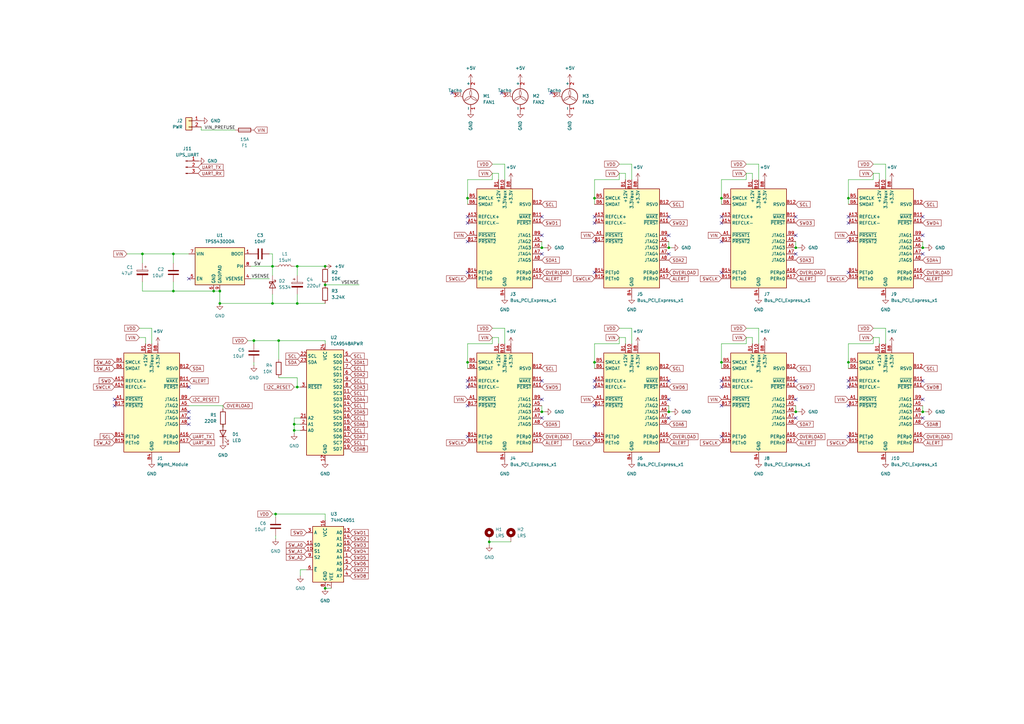
<source format=kicad_sch>
(kicad_sch (version 20231120) (generator "eeschema") (generator_version "8.0")
  (paper "A3")
  (title_block (date "2024-06-27") (rev "v0.7.4"))
  (junction (at 58.42 104.14))
  (junction (at 121.92 109.22))
  (junction (at 347.98 148.59))
  (junction (at 120.65 173.99))
  (junction (at 347.98 81.28))
  (junction (at 113.03 210.82))
  (junction (at 191.77 148.59))
  (junction (at 222.25 101.6))
  (junction (at 90.17 119.38))
  (junction (at 326.39 101.6))
  (junction (at 104.14 139.7))
  (junction (at 71.12 104.14))
  (junction (at 114.3 139.7))
  (junction (at 121.92 124.46))
  (junction (at 243.84 81.28))
  (junction (at 90.17 124.46))
  (junction (at 378.46 168.91))
  (junction (at 191.77 81.28))
  (junction (at 111.76 124.46))
  (junction (at 111.76 109.22))
  (junction (at 71.12 119.38))
  (junction (at 295.91 81.28))
  (junction (at 121.92 158.75))
  (junction (at 133.35 241.3))
  (junction (at 295.91 148.59))
  (junction (at 222.25 168.91))
  (junction (at 274.32 168.91))
  (junction (at 200.66 222.25))
  (junction (at 87.63 119.38))
  (junction (at 133.35 109.22))
  (junction (at 326.39 168.91))
  (junction (at 274.32 101.6))
  (junction (at 243.84 148.59))
  (junction (at 378.46 101.6))
  (junction (at 133.35 116.84))
  (junction (at 120.65 176.53))
  (no_connect (at 347.98 179.07))
  (no_connect (at 77.47 158.75))
  (no_connect (at 378.46 96.52))
  (no_connect (at 295.91 88.9))
  (no_connect (at 46.99 163.83))
  (no_connect (at 222.25 96.52))
  (no_connect (at 191.77 111.76))
  (no_connect (at 347.98 99.06))
  (no_connect (at 347.98 158.75))
  (no_connect (at 222.25 171.45))
  (no_connect (at 191.77 156.21))
  (no_connect (at 77.47 173.99))
  (no_connect (at 295.91 91.44))
  (no_connect (at 46.99 166.37))
  (no_connect (at 191.77 91.44))
  (no_connect (at 326.39 96.52))
  (no_connect (at 347.98 111.76))
  (no_connect (at 191.77 99.06))
  (no_connect (at 226.06 38.1))
  (no_connect (at 243.84 158.75))
  (no_connect (at 347.98 156.21))
  (no_connect (at 77.47 114.3))
  (no_connect (at 326.39 104.14))
  (no_connect (at 191.77 179.07))
  (no_connect (at 295.91 156.21))
  (no_connect (at 243.84 166.37))
  (no_connect (at 326.39 88.9))
  (no_connect (at 191.77 158.75))
  (no_connect (at 274.32 156.21))
  (no_connect (at 77.47 171.45))
  (no_connect (at 243.84 156.21))
  (no_connect (at 77.47 168.91))
  (no_connect (at 347.98 166.37))
  (no_connect (at 222.25 88.9))
  (no_connect (at 378.46 156.21))
  (no_connect (at 347.98 88.9))
  (no_connect (at 378.46 171.45))
  (no_connect (at 243.84 111.76))
  (no_connect (at 274.32 163.83))
  (no_connect (at 295.91 158.75))
  (no_connect (at 222.25 104.14))
  (no_connect (at 205.74 38.1))
  (no_connect (at 326.39 171.45))
  (no_connect (at 378.46 163.83))
  (no_connect (at 274.32 88.9))
  (no_connect (at 326.39 156.21))
  (no_connect (at 378.46 104.14))
  (no_connect (at 243.84 91.44))
  (no_connect (at 295.91 179.07))
  (no_connect (at 274.32 96.52))
  (no_connect (at 243.84 99.06))
  (no_connect (at 243.84 88.9))
  (no_connect (at 191.77 88.9))
  (no_connect (at 326.39 163.83))
  (no_connect (at 295.91 99.06))
  (no_connect (at 185.42 38.1))
  (no_connect (at 295.91 166.37))
  (no_connect (at 295.91 111.76))
  (no_connect (at 191.77 166.37))
  (no_connect (at 274.32 104.14))
  (no_connect (at 222.25 156.21))
  (no_connect (at 243.84 179.07))
  (no_connect (at 378.46 88.9))
  (no_connect (at 222.25 163.83))
  (no_connect (at 274.32 171.45))
  (no_connect (at 347.98 91.44))
  (wire (pts (xy 111.76 210.82) (xy 113.03 210.82)))
  (wire (pts (xy 191.77 140.97) (xy 201.93 140.97)))
  (wire (pts (xy 133.35 139.7) (xy 133.35 140.97)))
  (wire (pts (xy 91.44 167.64) (xy 91.44 166.37)))
  (wire (pts (xy 114.3 154.94) (xy 121.92 154.94)))
  (wire (pts (xy 71.12 119.38) (xy 87.63 119.38)))
  (wire (pts (xy 358.14 138.43) (xy 360.68 138.43)))
  (wire (pts (xy 111.76 104.14) (xy 111.76 109.22)))
  (wire (pts (xy 201.93 134.62) (xy 207.01 134.62)))
  (wire (pts (xy 90.17 119.38) (xy 90.17 124.46)))
  (wire (pts (xy 378.46 99.06) (xy 378.46 101.6)))
  (wire (pts (xy 275.59 101.6) (xy 274.32 101.6)))
  (wire (pts (xy 191.77 140.97) (xy 191.77 148.59)))
  (wire (pts (xy 311.15 67.31) (xy 311.15 73.66)))
  (wire (pts (xy 223.52 168.91) (xy 222.25 168.91)))
  (wire (pts (xy 222.25 99.06) (xy 222.25 101.6)))
  (wire (pts (xy 358.14 134.62) (xy 363.22 134.62)))
  (wire (pts (xy 191.77 73.66) (xy 201.93 73.66)))
  (wire (pts (xy 57.15 138.43) (xy 59.69 138.43)))
  (wire (pts (xy 113.03 220.98) (xy 113.03 219.71)))
  (wire (pts (xy 378.46 166.37) (xy 378.46 168.91)))
  (wire (pts (xy 201.93 71.12) (xy 204.47 71.12)))
  (wire (pts (xy 243.84 140.97) (xy 254 140.97)))
  (wire (pts (xy 96.52 53.34) (xy 82.55 53.34)))
  (wire (pts (xy 358.14 71.12) (xy 360.68 71.12)))
  (wire (pts (xy 201.93 138.43) (xy 204.47 138.43)))
  (wire (pts (xy 82.55 53.34) (xy 82.55 52.07)))
  (wire (pts (xy 123.19 233.68) (xy 123.19 236.22)))
  (wire (pts (xy 104.14 140.97) (xy 104.14 139.7)))
  (wire (pts (xy 58.42 115.57) (xy 58.42 119.38)))
  (wire (pts (xy 114.3 139.7) (xy 114.3 147.32)))
  (wire (pts (xy 111.76 113.03) (xy 111.76 109.22)))
  (wire (pts (xy 191.77 73.66) (xy 191.77 81.28)))
  (wire (pts (xy 123.19 173.99) (xy 120.65 173.99)))
  (wire (pts (xy 243.84 73.66) (xy 254 73.66)))
  (wire (pts (xy 347.98 73.66) (xy 358.14 73.66)))
  (wire (pts (xy 306.07 67.31) (xy 311.15 67.31)))
  (wire (pts (xy 104.14 149.86) (xy 104.14 148.59)))
  (wire (pts (xy 114.3 139.7) (xy 133.35 139.7)))
  (wire (pts (xy 123.19 176.53) (xy 120.65 176.53)))
  (wire (pts (xy 295.91 140.97) (xy 306.07 140.97)))
  (wire (pts (xy 111.76 109.22) (xy 113.03 109.22)))
  (wire (pts (xy 360.68 71.12) (xy 360.68 73.66)))
  (wire (pts (xy 243.84 140.97) (xy 243.84 148.59)))
  (wire (pts (xy 123.19 171.45) (xy 120.65 171.45)))
  (wire (pts (xy 201.93 67.31) (xy 207.01 67.31)))
  (wire (pts (xy 295.91 148.59) (xy 295.91 151.13)))
  (wire (pts (xy 306.07 71.12) (xy 308.61 71.12)))
  (wire (pts (xy 306.07 134.62) (xy 311.15 134.62)))
  (wire (pts (xy 243.84 73.66) (xy 243.84 81.28)))
  (wire (pts (xy 326.39 99.06) (xy 326.39 101.6)))
  (wire (pts (xy 327.66 168.91) (xy 326.39 168.91)))
  (wire (pts (xy 347.98 140.97) (xy 347.98 148.59)))
  (wire (pts (xy 57.15 134.62) (xy 62.23 134.62)))
  (wire (pts (xy 62.23 134.62) (xy 62.23 140.97)))
  (wire (pts (xy 125.73 233.68) (xy 123.19 233.68)))
  (wire (pts (xy 306.07 138.43) (xy 308.61 138.43)))
  (wire (pts (xy 347.98 81.28) (xy 347.98 83.82)))
  (wire (pts (xy 295.91 140.97) (xy 295.91 148.59)))
  (wire (pts (xy 243.84 81.28) (xy 243.84 83.82)))
  (wire (pts (xy 254 67.31) (xy 259.08 67.31)))
  (wire (pts (xy 254 140.97) (xy 254 138.43)))
  (wire (pts (xy 71.12 107.95) (xy 71.12 104.14)))
  (wire (pts (xy 133.35 109.22) (xy 121.92 109.22)))
  (wire (pts (xy 222.25 166.37) (xy 222.25 168.91)))
  (wire (pts (xy 102.87 109.22) (xy 111.76 109.22)))
  (wire (pts (xy 121.92 124.46) (xy 133.35 124.46)))
  (wire (pts (xy 363.22 134.62) (xy 363.22 140.97)))
  (wire (pts (xy 204.47 71.12) (xy 204.47 73.66)))
  (wire (pts (xy 379.73 101.6) (xy 378.46 101.6)))
  (wire (pts (xy 295.91 73.66) (xy 306.07 73.66)))
  (wire (pts (xy 121.92 113.03) (xy 121.92 109.22)))
  (wire (pts (xy 58.42 107.95) (xy 58.42 104.14)))
  (wire (pts (xy 87.63 119.38) (xy 90.17 119.38)))
  (wire (pts (xy 191.77 81.28) (xy 191.77 83.82)))
  (wire (pts (xy 207.01 134.62) (xy 207.01 140.97)))
  (wire (pts (xy 308.61 71.12) (xy 308.61 73.66)))
  (wire (pts (xy 347.98 73.66) (xy 347.98 81.28)))
  (wire (pts (xy 204.47 138.43) (xy 204.47 140.97)))
  (wire (pts (xy 274.32 166.37) (xy 274.32 168.91)))
  (wire (pts (xy 111.76 120.65) (xy 111.76 124.46)))
  (wire (pts (xy 243.84 148.59) (xy 243.84 151.13)))
  (wire (pts (xy 120.65 171.45) (xy 120.65 173.99)))
  (wire (pts (xy 360.68 138.43) (xy 360.68 140.97)))
  (wire (pts (xy 121.92 158.75) (xy 123.19 158.75)))
  (wire (pts (xy 327.66 101.6) (xy 326.39 101.6)))
  (wire (pts (xy 113.03 210.82) (xy 133.35 210.82)))
  (wire (pts (xy 191.77 148.59) (xy 191.77 151.13)))
  (wire (pts (xy 104.14 139.7) (xy 114.3 139.7)))
  (wire (pts (xy 358.14 67.31) (xy 363.22 67.31)))
  (wire (pts (xy 275.59 168.91) (xy 274.32 168.91)))
  (wire (pts (xy 120.65 176.53) (xy 120.65 177.8)))
  (wire (pts (xy 379.73 168.91) (xy 378.46 168.91)))
  (wire (pts (xy 311.15 134.62) (xy 311.15 140.97)))
  (wire (pts (xy 58.42 119.38) (xy 71.12 119.38)))
  (wire (pts (xy 120.65 158.75) (xy 121.92 158.75)))
  (wire (pts (xy 254 73.66) (xy 254 71.12)))
  (wire (pts (xy 201.93 140.97) (xy 201.93 138.43)))
  (wire (pts (xy 358.14 73.66) (xy 358.14 71.12)))
  (wire (pts (xy 120.65 109.22) (xy 121.92 109.22)))
  (wire (pts (xy 133.35 241.3) (xy 135.89 241.3)))
  (wire (pts (xy 256.54 71.12) (xy 256.54 73.66)))
  (wire (pts (xy 111.76 124.46) (xy 121.92 124.46)))
  (wire (pts (xy 223.52 101.6) (xy 222.25 101.6)))
  (wire (pts (xy 308.61 138.43) (xy 308.61 140.97)))
  (wire (pts (xy 200.66 222.25) (xy 209.55 222.25)))
  (wire (pts (xy 90.17 124.46) (xy 111.76 124.46)))
  (wire (pts (xy 59.69 138.43) (xy 59.69 140.97)))
  (wire (pts (xy 254 138.43) (xy 256.54 138.43)))
  (wire (pts (xy 306.07 140.97) (xy 306.07 138.43)))
  (wire (pts (xy 121.92 120.65) (xy 121.92 124.46)))
  (wire (pts (xy 120.65 173.99) (xy 120.65 176.53)))
  (wire (pts (xy 91.44 175.26) (xy 91.44 173.99)))
  (wire (pts (xy 111.76 104.14) (xy 110.49 104.14)))
  (wire (pts (xy 200.66 223.52) (xy 200.66 222.25)))
  (wire (pts (xy 101.6 139.7) (xy 104.14 139.7)))
  (wire (pts (xy 71.12 115.57) (xy 71.12 119.38)))
  (wire (pts (xy 358.14 140.97) (xy 358.14 138.43)))
  (wire (pts (xy 254 134.62) (xy 259.08 134.62)))
  (wire (pts (xy 254 71.12) (xy 256.54 71.12)))
  (wire (pts (xy 52.07 104.14) (xy 58.42 104.14)))
  (wire (pts (xy 259.08 67.31) (xy 259.08 73.66)))
  (wire (pts (xy 113.03 212.09) (xy 113.03 210.82)))
  (wire (pts (xy 133.35 210.82) (xy 133.35 213.36)))
  (wire (pts (xy 110.49 114.3) (xy 102.87 114.3)))
  (wire (pts (xy 91.44 166.37) (xy 77.47 166.37)))
  (wire (pts (xy 274.32 99.06) (xy 274.32 101.6)))
  (wire (pts (xy 201.93 73.66) (xy 201.93 71.12)))
  (wire (pts (xy 58.42 104.14) (xy 71.12 104.14)))
  (wire (pts (xy 347.98 148.59) (xy 347.98 151.13)))
  (wire (pts (xy 326.39 166.37) (xy 326.39 168.91)))
  (wire (pts (xy 347.98 140.97) (xy 358.14 140.97)))
  (wire (pts (xy 363.22 67.31) (xy 363.22 73.66)))
  (wire (pts (xy 306.07 73.66) (xy 306.07 71.12)))
  (wire (pts (xy 256.54 138.43) (xy 256.54 140.97)))
  (wire (pts (xy 295.91 73.66) (xy 295.91 81.28)))
  (wire (pts (xy 71.12 104.14) (xy 77.47 104.14)))
  (wire (pts (xy 121.92 154.94) (xy 121.92 158.75)))
  (wire (pts (xy 295.91 81.28) (xy 295.91 83.82)))
  (wire (pts (xy 207.01 67.31) (xy 207.01 73.66)))
  (wire (pts (xy 259.08 134.62) (xy 259.08 140.97)))
  (wire (pts (xy 133.35 116.84) (xy 147.32 116.84)))
  (label "VIN_PREFUSE" (at 96.52 53.34 180))
  (label "SW" (at 104.14 109.22 0))
  (label "VSENSE" (at 147.32 116.84 180))
  (label "VSENSE" (at 110.49 114.3 180))
  (global_label "SCL" (shape input) (at 378.46 151.13 0) (property "Intersheetrefs" "${INTERSHEET_REFS}" (effects (hide yes))))
  (global_label "SWD7" (shape input) (at 326.39 158.75 0) (property "Intersheetrefs" "${INTERSHEET_REFS}" (effects (hide yes))))
  (global_label "ALERT" (shape input) (at 326.39 114.3 0) (property "Intersheetrefs" "${INTERSHEET_REFS}" (effects (hide yes))))
  (global_label "SWCLK" (shape input) (at 243.84 114.3 180) (property "Intersheetrefs" "${INTERSHEET_REFS}" (effects (hide yes))))
  (global_label "SDA" (shape input) (at 123.19 148.59 180) (property "Intersheetrefs" "${INTERSHEET_REFS}" (effects (hide yes))))
  (global_label "OVERLOAD" (shape input) (at 274.32 179.07 0) (property "Intersheetrefs" "${INTERSHEET_REFS}" (effects (hide yes))))
  (global_label "VDD" (shape input) (at 358.14 134.62 180) (property "Intersheetrefs" "${INTERSHEET_REFS}" (effects (hide yes))))
  (global_label "UART_TX" (shape input) (at 81.28 68.58 0) (property "Intersheetrefs" "${INTERSHEET_REFS}" (effects (hide yes))))
  (global_label "OVERLOAD" (shape input) (at 91.44 166.37 0) (property "Intersheetrefs" "${INTERSHEET_REFS}" (effects (hide yes))))
  (global_label "SDA3" (shape input) (at 326.39 106.68 0) (property "Intersheetrefs" "${INTERSHEET_REFS}" (effects (hide yes))))
  (global_label "ALERT" (shape input) (at 274.32 181.61 0) (property "Intersheetrefs" "${INTERSHEET_REFS}" (effects (hide yes))))
  (global_label "SWCLK" (shape input) (at 295.91 114.3 180) (property "Intersheetrefs" "${INTERSHEET_REFS}" (effects (hide yes))))
  (global_label "SWD2" (shape input) (at 274.32 91.44 0) (property "Intersheetrefs" "${INTERSHEET_REFS}" (effects (hide yes))))
  (global_label "VIN" (shape input) (at 347.98 163.83 180) (property "Intersheetrefs" "${INTERSHEET_REFS}" (effects (hide yes))))
  (global_label "SWD8" (shape input) (at 143.51 236.22 0) (property "Intersheetrefs" "${INTERSHEET_REFS}" (effects (hide yes))))
  (global_label "SDA8" (shape input) (at 143.51 184.15 0) (property "Intersheetrefs" "${INTERSHEET_REFS}" (effects (hide yes))))
  (global_label "SWD4" (shape input) (at 378.46 91.44 0) (property "Intersheetrefs" "${INTERSHEET_REFS}" (effects (hide yes))))
  (global_label "VIN" (shape input) (at 57.15 138.43 180) (property "Intersheetrefs" "${INTERSHEET_REFS}" (effects (hide yes))))
  (global_label "ALERT" (shape input) (at 222.25 181.61 0) (property "Intersheetrefs" "${INTERSHEET_REFS}" (effects (hide yes))))
  (global_label "VIN" (shape input) (at 191.77 163.83 180) (property "Intersheetrefs" "${INTERSHEET_REFS}" (effects (hide yes))))
  (global_label "SWD1" (shape input) (at 143.51 218.44 0) (property "Intersheetrefs" "${INTERSHEET_REFS}" (effects (hide yes))))
  (global_label "SDA6" (shape input) (at 274.32 173.99 0) (property "Intersheetrefs" "${INTERSHEET_REFS}" (effects (hide yes))))
  (global_label "SW_A0" (shape input) (at 125.73 223.52 180) (property "Intersheetrefs" "${INTERSHEET_REFS}" (effects (hide yes))))
  (global_label "ALERT" (shape input) (at 77.47 156.21 0) (property "Intersheetrefs" "${INTERSHEET_REFS}" (effects (hide yes))))
  (global_label "VIN" (shape input) (at 201.93 71.12 180) (property "Intersheetrefs" "${INTERSHEET_REFS}" (effects (hide yes))))
  (global_label "SDA8" (shape input) (at 378.46 173.99 0) (property "Intersheetrefs" "${INTERSHEET_REFS}" (effects (hide yes))))
  (global_label "SWCLK" (shape input) (at 347.98 181.61 180) (property "Intersheetrefs" "${INTERSHEET_REFS}" (effects (hide yes))))
  (global_label "SWD7" (shape input) (at 143.51 233.68 0) (property "Intersheetrefs" "${INTERSHEET_REFS}" (effects (hide yes))))
  (global_label "VDD" (shape input) (at 306.07 67.31 180) (property "Intersheetrefs" "${INTERSHEET_REFS}" (effects (hide yes))))
  (global_label "SCL" (shape input) (at 143.51 181.61 0) (property "Intersheetrefs" "${INTERSHEET_REFS}" (effects (hide yes))))
  (global_label "SWD3" (shape input) (at 326.39 91.44 0) (property "Intersheetrefs" "${INTERSHEET_REFS}" (effects (hide yes))))
  (global_label "VIN" (shape input) (at 358.14 138.43 180) (property "Intersheetrefs" "${INTERSHEET_REFS}" (effects (hide yes))))
  (global_label "OVERLOAD" (shape input) (at 274.32 111.76 0) (property "Intersheetrefs" "${INTERSHEET_REFS}" (effects (hide yes))))
  (global_label "SW_A2" (shape input) (at 46.99 181.61 180) (property "Intersheetrefs" "${INTERSHEET_REFS}" (effects (hide yes))))
  (global_label "SCL" (shape input) (at 123.19 146.05 180) (property "Intersheetrefs" "${INTERSHEET_REFS}" (effects (hide yes))))
  (global_label "SWCLK" (shape input) (at 347.98 114.3 180) (property "Intersheetrefs" "${INTERSHEET_REFS}" (effects (hide yes))))
  (global_label "SDA" (shape input) (at 77.47 151.13 0) (property "Intersheetrefs" "${INTERSHEET_REFS}" (effects (hide yes))))
  (global_label "VIN" (shape input) (at 191.77 96.52 180) (property "Intersheetrefs" "${INTERSHEET_REFS}" (effects (hide yes))))
  (global_label "SCL" (shape input) (at 143.51 146.05 0) (property "Intersheetrefs" "${INTERSHEET_REFS}" (effects (hide yes))))
  (global_label "SWD8" (shape input) (at 378.46 158.75 0) (property "Intersheetrefs" "${INTERSHEET_REFS}" (effects (hide yes))))
  (global_label "SDA5" (shape input) (at 222.25 173.99 0) (property "Intersheetrefs" "${INTERSHEET_REFS}" (effects (hide yes))))
  (global_label "VIN" (shape input) (at 243.84 163.83 180) (property "Intersheetrefs" "${INTERSHEET_REFS}" (effects (hide yes))))
  (global_label "SWCLK" (shape input) (at 191.77 114.3 180) (property "Intersheetrefs" "${INTERSHEET_REFS}" (effects (hide yes))))
  (global_label "SWCLK" (shape input) (at 191.77 181.61 180) (property "Intersheetrefs" "${INTERSHEET_REFS}" (effects (hide yes))))
  (global_label "OVERLOAD" (shape input) (at 326.39 111.76 0) (property "Intersheetrefs" "${INTERSHEET_REFS}" (effects (hide yes))))
  (global_label "SWD4" (shape input) (at 143.51 226.06 0) (property "Intersheetrefs" "${INTERSHEET_REFS}" (effects (hide yes))))
  (global_label "SCL" (shape input) (at 274.32 151.13 0) (property "Intersheetrefs" "${INTERSHEET_REFS}" (effects (hide yes))))
  (global_label "SDA4" (shape input) (at 378.46 106.68 0) (property "Intersheetrefs" "${INTERSHEET_REFS}" (effects (hide yes))))
  (global_label "SCL" (shape input) (at 222.25 83.82 0) (property "Intersheetrefs" "${INTERSHEET_REFS}" (effects (hide yes))))
  (global_label "SDA7" (shape input) (at 326.39 173.99 0) (property "Intersheetrefs" "${INTERSHEET_REFS}" (effects (hide yes))))
  (global_label "SDA2" (shape input) (at 143.51 153.67 0) (property "Intersheetrefs" "${INTERSHEET_REFS}" (effects (hide yes))))
  (global_label "SWD" (shape input) (at 46.99 156.21 180) (property "Intersheetrefs" "${INTERSHEET_REFS}" (effects (hide yes))))
  (global_label "I2C_RESET" (shape input) (at 120.65 158.75 180) (property "Intersheetrefs" "${INTERSHEET_REFS}" (effects (hide yes))))
  (global_label "VIN" (shape input) (at 254 71.12 180) (property "Intersheetrefs" "${INTERSHEET_REFS}" (effects (hide yes))))
  (global_label "SDA1" (shape input) (at 143.51 148.59 0) (property "Intersheetrefs" "${INTERSHEET_REFS}" (effects (hide yes))))
  (global_label "OVERLOAD" (shape input) (at 222.25 111.76 0) (property "Intersheetrefs" "${INTERSHEET_REFS}" (effects (hide yes))))
  (global_label "SWD1" (shape input) (at 222.25 91.44 0) (property "Intersheetrefs" "${INTERSHEET_REFS}" (effects (hide yes))))
  (global_label "VIN" (shape input) (at 347.98 96.52 180) (property "Intersheetrefs" "${INTERSHEET_REFS}" (effects (hide yes))))
  (global_label "VDD" (shape input) (at 101.6 139.7 180) (property "Intersheetrefs" "${INTERSHEET_REFS}" (effects (hide yes))))
  (global_label "SCL" (shape input) (at 143.51 151.13 0) (property "Intersheetrefs" "${INTERSHEET_REFS}" (effects (hide yes))))
  (global_label "SWD5" (shape input) (at 222.25 158.75 0) (property "Intersheetrefs" "${INTERSHEET_REFS}" (effects (hide yes))))
  (global_label "SDA1" (shape input) (at 222.25 106.68 0) (property "Intersheetrefs" "${INTERSHEET_REFS}" (effects (hide yes))))
  (global_label "SW_A0" (shape input) (at 46.99 148.59 180) (property "Intersheetrefs" "${INTERSHEET_REFS}" (effects (hide yes))))
  (global_label "SWD2" (shape input) (at 143.51 220.98 0) (property "Intersheetrefs" "${INTERSHEET_REFS}" (effects (hide yes))))
  (global_label "SWD5" (shape input) (at 143.51 228.6 0) (property "Intersheetrefs" "${INTERSHEET_REFS}" (effects (hide yes))))
  (global_label "OVERLOAD" (shape input) (at 222.25 179.07 0) (property "Intersheetrefs" "${INTERSHEET_REFS}" (effects (hide yes))))
  (global_label "SDA3" (shape input) (at 143.51 158.75 0) (property "Intersheetrefs" "${INTERSHEET_REFS}" (effects (hide yes))))
  (global_label "VIN" (shape input) (at 358.14 71.12 180) (property "Intersheetrefs" "${INTERSHEET_REFS}" (effects (hide yes))))
  (global_label "VIN" (shape input) (at 295.91 96.52 180) (property "Intersheetrefs" "${INTERSHEET_REFS}" (effects (hide yes))))
  (global_label "VIN" (shape input) (at 104.14 53.34 0) (property "Intersheetrefs" "${INTERSHEET_REFS}" (effects (hide yes))))
  (global_label "VIN" (shape input) (at 254 138.43 180) (property "Intersheetrefs" "${INTERSHEET_REFS}" (effects (hide yes))))
  (global_label "SCL" (shape input) (at 143.51 176.53 0) (property "Intersheetrefs" "${INTERSHEET_REFS}" (effects (hide yes))))
  (global_label "UART_RX" (shape input) (at 77.47 181.61 0) (property "Intersheetrefs" "${INTERSHEET_REFS}" (effects (hide yes))))
  (global_label "VIN" (shape input) (at 201.93 138.43 180) (property "Intersheetrefs" "${INTERSHEET_REFS}" (effects (hide yes))))
  (global_label "SDA5" (shape input) (at 143.51 168.91 0) (property "Intersheetrefs" "${INTERSHEET_REFS}" (effects (hide yes))))
  (global_label "ALERT" (shape input) (at 378.46 114.3 0) (property "Intersheetrefs" "${INTERSHEET_REFS}" (effects (hide yes))))
  (global_label "SCL" (shape input) (at 326.39 83.82 0) (property "Intersheetrefs" "${INTERSHEET_REFS}" (effects (hide yes))))
  (global_label "ALERT" (shape input) (at 222.25 114.3 0) (property "Intersheetrefs" "${INTERSHEET_REFS}" (effects (hide yes))))
  (global_label "SCL" (shape input) (at 274.32 83.82 0) (property "Intersheetrefs" "${INTERSHEET_REFS}" (effects (hide yes))))
  (global_label "SDA4" (shape input) (at 143.51 163.83 0) (property "Intersheetrefs" "${INTERSHEET_REFS}" (effects (hide yes))))
  (global_label "SDA2" (shape input) (at 274.32 106.68 0) (property "Intersheetrefs" "${INTERSHEET_REFS}" (effects (hide yes))))
  (global_label "SCL" (shape input) (at 222.25 151.13 0) (property "Intersheetrefs" "${INTERSHEET_REFS}" (effects (hide yes))))
  (global_label "SCL" (shape input) (at 326.39 151.13 0) (property "Intersheetrefs" "${INTERSHEET_REFS}" (effects (hide yes))))
  (global_label "SWCLK" (shape input) (at 46.99 158.75 180) (property "Intersheetrefs" "${INTERSHEET_REFS}" (effects (hide yes))))
  (global_label "VDD" (shape input) (at 254 67.31 180) (property "Intersheetrefs" "${INTERSHEET_REFS}" (effects (hide yes))))
  (global_label "SW_A1" (shape input) (at 125.73 226.06 180) (property "Intersheetrefs" "${INTERSHEET_REFS}" (effects (hide yes))))
  (global_label "OVERLOAD" (shape input) (at 378.46 111.76 0) (property "Intersheetrefs" "${INTERSHEET_REFS}" (effects (hide yes))))
  (global_label "SCL" (shape input) (at 46.99 179.07 180) (property "Intersheetrefs" "${INTERSHEET_REFS}" (effects (hide yes))))
  (global_label "SWD6" (shape input) (at 143.51 231.14 0) (property "Intersheetrefs" "${INTERSHEET_REFS}" (effects (hide yes))))
  (global_label "VDD" (shape input) (at 254 134.62 180) (property "Intersheetrefs" "${INTERSHEET_REFS}" (effects (hide yes))))
  (global_label "VDD" (shape input) (at 111.76 210.82 180) (property "Intersheetrefs" "${INTERSHEET_REFS}" (effects (hide yes))))
  (global_label "SDA7" (shape input) (at 143.51 179.07 0) (property "Intersheetrefs" "${INTERSHEET_REFS}" (effects (hide yes))))
  (global_label "SCL" (shape input) (at 378.46 83.82 0) (property "Intersheetrefs" "${INTERSHEET_REFS}" (effects (hide yes))))
  (global_label "UART_TX" (shape input) (at 77.47 179.07 0) (property "Intersheetrefs" "${INTERSHEET_REFS}" (effects (hide yes))))
  (global_label "OVERLOAD" (shape input) (at 326.39 179.07 0) (property "Intersheetrefs" "${INTERSHEET_REFS}" (effects (hide yes))))
  (global_label "VIN" (shape input) (at 306.07 71.12 180) (property "Intersheetrefs" "${INTERSHEET_REFS}" (effects (hide yes))))
  (global_label "VIN" (shape input) (at 52.07 104.14 180) (property "Intersheetrefs" "${INTERSHEET_REFS}" (effects (hide yes))))
  (global_label "SWD3" (shape input) (at 143.51 223.52 0) (property "Intersheetrefs" "${INTERSHEET_REFS}" (effects (hide yes))))
  (global_label "VDD" (shape input) (at 57.15 134.62 180) (property "Intersheetrefs" "${INTERSHEET_REFS}" (effects (hide yes))))
  (global_label "ALERT" (shape input) (at 274.32 114.3 0) (property "Intersheetrefs" "${INTERSHEET_REFS}" (effects (hide yes))))
  (global_label "OVERLOAD" (shape input) (at 378.46 179.07 0) (property "Intersheetrefs" "${INTERSHEET_REFS}" (effects (hide yes))))
  (global_label "SW_A1" (shape input) (at 46.99 151.13 180) (property "Intersheetrefs" "${INTERSHEET_REFS}" (effects (hide yes))))
  (global_label "SCL" (shape input) (at 143.51 161.29 0) (property "Intersheetrefs" "${INTERSHEET_REFS}" (effects (hide yes))))
  (global_label "VDD" (shape input) (at 201.93 67.31 180) (property "Intersheetrefs" "${INTERSHEET_REFS}" (effects (hide yes))))
  (global_label "VIN" (shape input) (at 295.91 163.83 180) (property "Intersheetrefs" "${INTERSHEET_REFS}" (effects (hide yes))))
  (global_label "VDD" (shape input) (at 358.14 67.31 180) (property "Intersheetrefs" "${INTERSHEET_REFS}" (effects (hide yes))))
  (global_label "SDA6" (shape input) (at 143.51 173.99 0) (property "Intersheetrefs" "${INTERSHEET_REFS}" (effects (hide yes))))
  (global_label "VDD" (shape input) (at 201.93 134.62 180) (property "Intersheetrefs" "${INTERSHEET_REFS}" (effects (hide yes))))
  (global_label "UART_RX" (shape input) (at 81.28 71.12 0) (property "Intersheetrefs" "${INTERSHEET_REFS}" (effects (hide yes))))
  (global_label "VIN" (shape input) (at 243.84 96.52 180) (property "Intersheetrefs" "${INTERSHEET_REFS}" (effects (hide yes))))
  (global_label "SWCLK" (shape input) (at 295.91 181.61 180) (property "Intersheetrefs" "${INTERSHEET_REFS}" (effects (hide yes))))
  (global_label "I2C_RESET" (shape input) (at 77.47 163.83 0) (property "Intersheetrefs" "${INTERSHEET_REFS}" (effects (hide yes))))
  (global_label "SW_A2" (shape input) (at 125.73 228.6 180) (property "Intersheetrefs" "${INTERSHEET_REFS}" (effects (hide yes))))
  (global_label "VDD" (shape input) (at 306.07 134.62 180) (property "Intersheetrefs" "${INTERSHEET_REFS}" (effects (hide yes))))
  (global_label "SCL" (shape input) (at 143.51 156.21 0) (property "Intersheetrefs" "${INTERSHEET_REFS}" (effects (hide yes))))
  (global_label "ALERT" (shape input) (at 326.39 181.61 0) (property "Intersheetrefs" "${INTERSHEET_REFS}" (effects (hide yes))))
  (global_label "SWD6" (shape input) (at 274.32 158.75 0) (property "Intersheetrefs" "${INTERSHEET_REFS}" (effects (hide yes))))
  (global_label "SWD" (shape input) (at 125.73 218.44 180) (property "Intersheetrefs" "${INTERSHEET_REFS}" (effects (hide yes))))
  (global_label "SCL" (shape input) (at 143.51 171.45 0) (property "Intersheetrefs" "${INTERSHEET_REFS}" (effects (hide yes))))
  (global_label "SWCLK" (shape input) (at 243.84 181.61 180) (property "Intersheetrefs" "${INTERSHEET_REFS}" (effects (hide yes))))
  (global_label "ALERT" (shape input) (at 378.46 181.61 0) (property "Intersheetrefs" "${INTERSHEET_REFS}" (effects (hide yes))))
  (global_label "VIN" (shape input) (at 306.07 138.43 180) (property "Intersheetrefs" "${INTERSHEET_REFS}" (effects (hide yes))))
  (global_label "SCL" (shape input) (at 143.51 166.37 0) (property "Intersheetrefs" "${INTERSHEET_REFS}" (effects (hide yes))))
  (symbol (lib_id "power:+5V") (at 193.04 33.02 0) (unit 1)
    (property "Reference" "#PWR027" (effects (hide yes)))
    (property "Value" "+5V" (at 193.04 27.94 0))
    (property "Description" "Power symbol creates a global label with name \"+5V\"" (effects (hide yes)))
  )
  (symbol (lib_id "power:+5V") (at 313.69 140.97 0) (unit 1)
    (property "Reference" "#PWR020" (effects (hide yes)))
    (property "Value" "+5V" (at 313.69 135.89 0))
    (property "Description" "Power symbol creates a global label with name \"+5V\"" (effects (hide yes)))
  )
  (symbol (lib_id "Device:C_Polarized") (at 121.92 116.84 0) (unit 1)
    (property "Reference" "C4" (at 125.73 114.6809 0) (effects (justify left)))
    (property "Value" "220uF" (at 125.73 117.2209 0) (effects (justify left)))
    (property "Footprint" "Capacitor_SMD:CP_Elec_6.3x5.4_Nichicon" (effects (hide yes)))
    (property "Description" "Polarized capacitor" (effects (hide yes)))
    (property "LCSC" "C72494" (effects (hide yes)))
  )
  (symbol (lib_id "power:+5V") (at 209.55 140.97 0) (unit 1)
    (property "Reference" "#PWR011" (effects (hide yes)))
    (property "Value" "+5V" (at 209.55 135.89 0))
    (property "Description" "Power symbol creates a global label with name \"+5V\"" (effects (hide yes)))
  )
  (symbol (lib_id "Device:C") (at 106.68 104.14 90) (unit 1)
    (property "Reference" "C3" (at 106.68 96.52 90))
    (property "Value" "10nF" (at 106.68 99.06 90))
    (property "Footprint" "Capacitor_SMD:C_0603_1608Metric" (effects (hide yes)))
    (property "Description" "Unpolarized capacitor" (effects (hide yes)))
    (property "LCSC" "C1589" (effects (hide yes)))
  )
  (symbol (lib_id "power:GND") (at 82.55 49.53 90) (mirror x) (unit 1)
    (property "Reference" "#PWR034" (effects (hide yes)))
    (property "Value" "GND" (at 86.36 49.5299 90) (effects (justify right)))
    (property "Description" "Power symbol creates a global label with name \"GND\" , ground" (effects (hide yes)))
  )
  (symbol (lib_id "Device:C_Polarized") (at 58.42 111.76 0) (mirror y) (unit 1)
    (property "Reference" "C1" (at 54.61 109.6009 0) (effects (justify left)))
    (property "Value" "47uF" (at 54.61 112.1409 0) (effects (justify left)))
    (property "Footprint" "Capacitor_SMD:CP_Elec_6.3x7.7" (effects (hide yes)))
    (property "Description" "Polarized capacitor" (effects (hide yes)))
    (property "LCSC" "C72523" (effects (hide yes)))
  )
  (symbol (lib_id "power:GND") (at 379.73 101.6 90) (unit 1)
    (property "Reference" "#PWR041" (effects (hide yes)))
    (property "Value" "GND" (at 383.54 101.5999 90) (effects (justify right)))
    (property "Description" "Power symbol creates a global label with name \"GND\" , ground" (effects (hide yes)))
  )
  (symbol (lib_id "Device:R") (at 133.35 113.03 0) (unit 1)
    (property "Reference" "R2" (at 135.89 111.7599 0) (effects (justify left)))
    (property "Value" "10K" (at 135.89 114.2999 0) (effects (justify left)))
    (property "Footprint" "Resistor_SMD:R_0603_1608Metric" (effects (hide yes)))
    (property "Description" "Resistor" (effects (hide yes)))
    (property "LCSC" "C25804" (effects (hide yes)))
  )
  (symbol (lib_id "power:GND") (at 213.36 45.72 0) (mirror y) (unit 1)
    (property "Reference" "#PWR030" (effects (hide yes)))
    (property "Value" "GND" (at 213.3601 49.53 90) (effects (justify right)))
    (property "Description" "Power symbol creates a global label with name \"GND\" , ground" (effects (hide yes)))
  )
  (symbol (lib_id "power:GND") (at 193.04 45.72 0) (mirror y) (unit 1)
    (property "Reference" "#PWR026" (effects (hide yes)))
    (property "Value" "GND" (at 193.0401 49.53 90) (effects (justify right)))
    (property "Description" "Power symbol creates a global label with name \"GND\" , ground" (effects (hide yes)))
  )
  (symbol (lib_id "power:GND") (at 327.66 168.91 90) (unit 1)
    (property "Reference" "#PWR044" (effects (hide yes)))
    (property "Value" "GND" (at 331.47 168.9099 90) (effects (justify right)))
    (property "Description" "Power symbol creates a global label with name \"GND\" , ground" (effects (hide yes)))
  )
  (symbol (lib_id "Device:C") (at 104.14 144.78 0) (mirror y) (unit 1)
    (property "Reference" "C5" (at 100.33 143.5099 0) (effects (justify left)))
    (property "Value" "10uF" (at 100.33 146.0499 0) (effects (justify left)))
    (property "Footprint" "Capacitor_SMD:C_0805_2012Metric" (effects (hide yes)))
    (property "Description" "Unpolarized capacitor" (effects (hide yes)))
    (property "LCSC" "C440198" (effects (hide yes)))
  )
  (symbol (lib_id "power:+5V") (at 133.35 109.22 270) (unit 1)
    (property "Reference" "#PWR06" (effects (hide yes)))
    (property "Value" "+5V" (at 137.16 109.2199 90) (effects (justify left)))
    (property "Description" "Power symbol creates a global label with name \"+5V\"" (effects (hide yes)))
  )
  (symbol (lib_id "power:GND") (at 275.59 101.6 90) (unit 1)
    (property "Reference" "#PWR039" (effects (hide yes)))
    (property "Value" "GND" (at 279.4 101.5999 90) (effects (justify right)))
    (property "Description" "Power symbol creates a global label with name \"GND\" , ground" (effects (hide yes)))
  )
  (symbol (lib_id "Connector:Bus_PCI_Express_x1") (at 207.01 99.06 0) (unit 1)
    (property "Reference" "J3" (at 209.2041 120.65 0) (effects (justify left)))
    (property "Value" "Bus_PCI_Express_x1" (at 209.2041 123.19 0) (effects (justify left)))
    (property "Footprint" "Local Library:AMPHENOL_PCI_E_10018783-10210TLF" (effects (hide yes)))
    (property "Datasheet" "http://www.ritrontek.com/uploadfile/2016/1026/20161026105231124.pdf#page=63" (effects (hide yes)))
    (property "Description" "PCI Express bus connector x1" (effects (hide yes)))
    (property "LCSC" "C404113" (effects (hide yes)))
    (property "JLCPCB_CORRECTION" "-2.1;0.05;0" (effects (hide yes)))
  )
  (symbol (lib_id "Connector:Bus_PCI_Express_x1") (at 259.08 99.06 0) (unit 1)
    (property "Reference" "J5" (at 261.2741 120.65 0) (effects (justify left)))
    (property "Value" "Bus_PCI_Express_x1" (at 261.2741 123.19 0) (effects (justify left)))
    (property "Footprint" "Local Library:AMPHENOL_PCI_E_10018783-10210TLF" (effects (hide yes)))
    (property "Datasheet" "http://www.ritrontek.com/uploadfile/2016/1026/20161026105231124.pdf#page=63" (effects (hide yes)))
    (property "Description" "PCI Express bus connector x1" (effects (hide yes)))
    (property "LCSC" "C404113" (effects (hide yes)))
    (property "JLCPCB_CORRECTION" "-2.1;0.05;0" (effects (hide yes)))
  )
  (symbol (lib_id "power:GND") (at 363.22 189.23 0) (unit 1)
    (property "Reference" "#PWR022" (effects (hide yes)))
    (property "Value" "GND" (at 363.22 194.31 0))
    (property "Description" "Power symbol creates a global label with name \"GND\" , ground" (effects (hide yes)))
  )
  (symbol (lib_id "Connector:Conn_01x03_Pin") (at 76.2 68.58 0) (unit 1)
    (property "Reference" "J11" (at 76.835 60.96 0))
    (property "Value" "UPS_UART" (at 76.835 63.5 0))
    (property "Footprint" "Connector_JST:JST_XH_S3B-XH-A-1_1x03_P2.50mm_Horizontal" (effects (hide yes)))
    (property "Description" "Generic connector, single row, 01x03, script generated" (effects (hide yes)))
    (property "LCSC" "C163036" (effects (hide yes)))
    (property "JLCPCB_CORRECTION" "2.54;0;180" (effects (hide yes)))
  )
  (symbol (lib_id "power:GND") (at 379.73 168.91 90) (unit 1)
    (property "Reference" "#PWR045" (effects (hide yes)))
    (property "Value" "GND" (at 383.54 168.9099 90) (effects (justify right)))
    (property "Description" "Power symbol creates a global label with name \"GND\" , ground" (effects (hide yes)))
  )
  (symbol (lib_id "power:GND") (at 207.01 189.23 0) (unit 1)
    (property "Reference" "#PWR09" (effects (hide yes)))
    (property "Value" "GND" (at 207.01 194.31 0))
    (property "Description" "Power symbol creates a global label with name \"GND\" , ground" (effects (hide yes)))
  )
  (symbol (lib_id "Interface_Expansion:TCA9548APWR") (at 133.35 163.83 0) (unit 1)
    (property "Reference" "U2" (at 135.5441 138.43 0) (effects (justify left)))
    (property "Value" "TCA9548APWR" (at 135.5441 140.97 0) (effects (justify left)))
    (property "Footprint" "Package_SO:TSSOP-24_4.4x7.8mm_P0.65mm" (effects (hide yes)))
    (property "Datasheet" "http://www.ti.com/lit/ds/symlink/tca9548a.pdf" (effects (hide yes)))
    (property "Description" "Low voltage 8-channel I2C switch with reset, TSSOP-24" (effects (hide yes)))
    (property "LCSC" "C130026" (effects (hide yes)))
    (property "JLCPCB_CORRECTION" "0;0;270" (effects (hide yes)))
  )
  (symbol (lib_id "power:GND") (at 133.35 189.23 0) (unit 1)
    (property "Reference" "#PWR07" (effects (hide yes)))
    (property "Value" "GND" (at 133.35 194.31 0))
    (property "Description" "Power symbol creates a global label with name \"GND\" , ground" (effects (hide yes)))
  )
  (symbol (lib_id "74xx:74HC4051") (at 133.35 226.06 0) (unit 1)
    (property "Reference" "U3" (at 135.5441 210.82 0) (effects (justify left)))
    (property "Value" "74HC4051" (at 135.5441 213.36 0) (effects (justify left)))
    (property "Footprint" "Package_SO:TSSOP-16_4.4x5mm_P0.65mm" (effects (hide yes)))
    (property "Datasheet" "https://wmsc.lcsc.com/wmsc/upload/file/pdf/v2/lcsc/1809042022_Nexperia-74HC4051PW-118_C5645.pdf" (effects (hide yes)))
    (property "Description" "8-channel analog multiplexer/demultiplexer, DIP-16/SOIC-16/TSSOP-16" (effects (hide yes)))
    (property "LCSC" "C5645" (effects (hide yes)))
    (property "JLCPCB_CORRECTION" "0;0;-90" (effects (hide yes)))
  )
  (symbol (lib_id "power:GND") (at 233.68 45.72 0) (mirror y) (unit 1)
    (property "Reference" "#PWR032" (effects (hide yes)))
    (property "Value" "GND" (at 233.6801 49.53 90) (effects (justify right)))
    (property "Description" "Power symbol creates a global label with name \"GND\" , ground" (effects (hide yes)))
  )
  (symbol (lib_id "Device:C") (at 71.12 111.76 0) (mirror y) (unit 1)
    (property "Reference" "C2" (at 67.31 110.4899 0) (effects (justify left)))
    (property "Value" "10uF" (at 67.31 113.0299 0) (effects (justify left)))
    (property "Footprint" "Capacitor_SMD:C_0805_2012Metric" (effects (hide yes)))
    (property "Description" "Unpolarized capacitor" (effects (hide yes)))
    (property "LCSC" "C440198" (effects (hide yes)))
  )
  (symbol (lib_id "Connector:Bus_PCI_Express_x1") (at 207.01 166.37 0) (unit 1)
    (property "Reference" "J4" (at 209.2041 187.96 0) (effects (justify left)))
    (property "Value" "Bus_PCI_Express_x1" (at 209.2041 190.5 0) (effects (justify left)))
    (property "Footprint" "Local Library:AMPHENOL_PCI_E_10018783-10210TLF" (effects (hide yes)))
    (property "Datasheet" "http://www.ritrontek.com/uploadfile/2016/1026/20161026105231124.pdf#page=63" (effects (hide yes)))
    (property "Description" "PCI Express bus connector x1" (effects (hide yes)))
    (property "LCSC" "C404113" (effects (hide yes)))
    (property "JLCPCB_CORRECTION" "-2.1;0.05;0" (effects (hide yes)))
  )
  (symbol (lib_id "power:GND") (at 223.52 101.6 90) (unit 1)
    (property "Reference" "#PWR038" (effects (hide yes)))
    (property "Value" "GND" (at 227.33 101.5999 90) (effects (justify right)))
    (property "Description" "Power symbol creates a global label with name \"GND\" , ground" (effects (hide yes)))
  )
  (symbol (lib_id "power:GND") (at 311.15 189.23 0) (unit 1)
    (property "Reference" "#PWR018" (effects (hide yes)))
    (property "Value" "GND" (at 311.15 194.31 0))
    (property "Description" "Power symbol creates a global label with name \"GND\" , ground" (effects (hide yes)))
  )
  (symbol (lib_id "power:GND") (at 104.14 149.86 0) (unit 1)
    (property "Reference" "#PWR036" (effects (hide yes)))
    (property "Value" "GND" (at 104.14 154.94 0))
    (property "Description" "Power symbol creates a global label with name \"GND\" , ground" (effects (hide yes)))
  )
  (symbol (lib_id "Device:Fuse") (at 100.33 53.34 270) (mirror x) (unit 1) (in_bom no)
    (property "Reference" "F1" (at 100.33 59.69 90))
    (property "Value" "15A" (at 100.33 57.15 90))
    (property "Footprint" "Fuse:Fuseholder_Blade_Mini_Keystone_3568" (effects (hide yes)))
    (property "Description" "Fuse" (effects (hide yes)))
  )
  (symbol (lib_id "power:GND") (at 327.66 101.6 90) (unit 1)
    (property "Reference" "#PWR040" (effects (hide yes)))
    (property "Value" "GND" (at 331.47 101.5999 90) (effects (justify right)))
    (property "Description" "Power symbol creates a global label with name \"GND\" , ground" (effects (hide yes)))
  )
  (symbol (lib_id "Device:LED") (at 91.44 177.8 90) (unit 1)
    (property "Reference" "D1" (at 95.25 178.1174 90) (effects (justify right)))
    (property "Value" "LED" (at 95.25 180.6574 90) (effects (justify right)))
    (property "Footprint" "LED_SMD:LED_0603_1608Metric" (effects (hide yes)))
    (property "Description" "Light emitting diode" (effects (hide yes)))
    (property "LCSC" "C2286" (effects (hide yes)))
  )
  (symbol (lib_id "Local Symbol Library:Fan_3pin_fixed") (at 193.04 38.1 0) (unit 1)
    (property "Reference" "M1" (at 198.12 39.3699 0) (effects (justify left)))
    (property "Value" "FAN1" (at 198.12 41.9099 0) (effects (justify left)))
    (property "Footprint" "Connector:FanPinHeader_1x03_P2.54mm_Vertical" (effects (hide yes)))
    (property "Datasheet" "http://www.hardwarecanucks.com/forum/attachments/new-builds/16287d1330775095-help-chassis-power-fan-connectors-motherboard-asus_p8z68.jpg" (effects (hide yes)))
    (property "Description" "Fan, tacho output, 3-pin connector" (effects (hide yes)))
    (property "LCSC" "C86503" (effects (hide yes)))
    (property "JLCPCB_CORRECTION" "2.54;0;0" (effects (hide yes)))
  )
  (symbol (lib_id "Connector:Bus_PCI_Express_x1") (at 259.08 166.37 0) (unit 1)
    (property "Reference" "J6" (at 261.2741 187.96 0) (effects (justify left)))
    (property "Value" "Bus_PCI_Express_x1" (at 261.2741 190.5 0) (effects (justify left)))
    (property "Footprint" "Local Library:AMPHENOL_PCI_E_10018783-10210TLF" (effects (hide yes)))
    (property "Datasheet" "http://www.ritrontek.com/uploadfile/2016/1026/20161026105231124.pdf#page=63" (effects (hide yes)))
    (property "Description" "PCI Express bus connector x1" (effects (hide yes)))
    (property "LCSC" "C404113" (effects (hide yes)))
    (property "JLCPCB_CORRECTION" "-2.1;0.05;0" (effects (hide yes)))
  )
  (symbol (lib_id "Device:L") (at 116.84 109.22 90) (unit 1)
    (property "Reference" "L1" (at 116.84 104.14 90))
    (property "Value" "15uH" (at 116.84 106.68 90))
    (property "Footprint" "Inductor_SMD:L_Sunlord_MWSA0603S" (effects (hide yes)))
    (property "Description" "Inductor" (effects (hide yes)))
    (property "LCSC" "C408452" (effects (hide yes)))
  )
  (symbol (lib_id "power:GND") (at 91.44 181.61 0) (unit 1)
    (property "Reference" "#PWR04" (effects (hide yes)))
    (property "Value" "GND" (at 91.44 186.69 0))
    (property "Description" "Power symbol creates a global label with name \"GND\" , ground" (effects (hide yes)))
  )
  (symbol (lib_id "Connector:Bus_PCI_Express_x1") (at 311.15 166.37 0) (unit 1)
    (property "Reference" "J8" (at 313.3441 187.96 0) (effects (justify left)))
    (property "Value" "Bus_PCI_Express_x1" (at 313.3441 190.5 0) (effects (justify left)))
    (property "Footprint" "Local Library:AMPHENOL_PCI_E_10018783-10210TLF" (effects (hide yes)))
    (property "Datasheet" "http://www.ritrontek.com/uploadfile/2016/1026/20161026105231124.pdf#page=63" (effects (hide yes)))
    (property "Description" "PCI Express bus connector x1" (effects (hide yes)))
    (property "LCSC" "C404113" (effects (hide yes)))
    (property "JLCPCB_CORRECTION" "-2.1;0.05;0" (effects (hide yes)))
  )
  (symbol (lib_id "power:GND") (at 113.03 220.98 0) (unit 1)
    (property "Reference" "#PWR035" (effects (hide yes)))
    (property "Value" "GND" (at 113.03 226.06 0))
    (property "Description" "Power symbol creates a global label with name \"GND\" , ground" (effects (hide yes)))
  )
  (symbol (lib_id "power:GND") (at 120.65 177.8 0) (unit 1)
    (property "Reference" "#PWR033" (effects (hide yes)))
    (property "Value" "GND" (at 120.65 182.88 0))
    (property "Description" "Power symbol creates a global label with name \"GND\" , ground" (effects (hide yes)))
  )
  (symbol (lib_id "power:GND") (at 311.15 121.92 0) (unit 1)
    (property "Reference" "#PWR017" (effects (hide yes)))
    (property "Value" "GND" (at 311.15 127 0))
    (property "Description" "Power symbol creates a global label with name \"GND\" , ground" (effects (hide yes)))
  )
  (symbol (lib_id "power:+5V") (at 209.55 73.66 0) (unit 1)
    (property "Reference" "#PWR010" (effects (hide yes)))
    (property "Value" "+5V" (at 209.55 68.58 0))
    (property "Description" "Power symbol creates a global label with name \"+5V\"" (effects (hide yes)))
  )
  (symbol (lib_id "power:GND") (at 259.08 189.23 0) (unit 1)
    (property "Reference" "#PWR014" (effects (hide yes)))
    (property "Value" "GND" (at 259.08 194.31 0))
    (property "Description" "Power symbol creates a global label with name \"GND\" , ground" (effects (hide yes)))
  )
  (symbol (lib_id "Device:R") (at 114.3 151.13 0) (mirror y) (unit 1)
    (property "Reference" "R4" (at 111.76 149.8599 0) (effects (justify left)))
    (property "Value" "10K" (at 111.76 152.3999 0) (effects (justify left)))
    (property "Footprint" "Resistor_SMD:R_0603_1608Metric" (effects (hide yes)))
    (property "Description" "Resistor" (effects (hide yes)))
    (property "LCSC" "C25804" (effects (hide yes)))
  )
  (symbol (lib_id "power:GND") (at 223.52 168.91 90) (unit 1)
    (property "Reference" "#PWR042" (effects (hide yes)))
    (property "Value" "GND" (at 227.33 168.9099 90) (effects (justify right)))
    (property "Description" "Power symbol creates a global label with name \"GND\" , ground" (effects (hide yes)))
  )
  (symbol (lib_id "power:+5V") (at 365.76 73.66 0) (unit 1)
    (property "Reference" "#PWR023" (effects (hide yes)))
    (property "Value" "+5V" (at 365.76 68.58 0))
    (property "Description" "Power symbol creates a global label with name \"+5V\"" (effects (hide yes)))
  )
  (symbol (lib_id "Mechanical:MountingHole_Pad") (at 200.66 219.71 0) (unit 1) (exclude_from_sim yes) (in_bom no)
    (property "Reference" "H1" (at 203.2 217.1699 0) (effects (justify left)))
    (property "Value" "LRS" (at 203.2 219.7099 0) (effects (justify left)))
    (property "Footprint" "MountingHole:MountingHole_4.3mm_M4_DIN965_Pad" (effects (hide yes)))
    (property "Description" "Mounting Hole with connection" (effects (hide yes)))
  )
  (symbol (lib_id "Local Symbol Library:Fan_3pin_fixed") (at 233.68 38.1 0) (unit 1)
    (property "Reference" "M3" (at 238.76 39.3699 0) (effects (justify left)))
    (property "Value" "FAN3" (at 238.76 41.9099 0) (effects (justify left)))
    (property "Footprint" "Connector:FanPinHeader_1x03_P2.54mm_Vertical" (effects (hide yes)))
    (property "Datasheet" "http://www.hardwarecanucks.com/forum/attachments/new-builds/16287d1330775095-help-chassis-power-fan-connectors-motherboard-asus_p8z68.jpg" (effects (hide yes)))
    (property "Description" "Fan, tacho output, 3-pin connector" (effects (hide yes)))
    (property "LCSC" "C86503" (effects (hide yes)))
    (property "JLCPCB_CORRECTION" "2.54;0;0" (effects (hide yes)))
  )
  (symbol (lib_id "power:GND") (at 259.08 121.92 0) (unit 1)
    (property "Reference" "#PWR013" (effects (hide yes)))
    (property "Value" "GND" (at 259.08 127 0))
    (property "Description" "Power symbol creates a global label with name \"GND\" , ground" (effects (hide yes)))
  )
  (symbol (lib_id "power:GND") (at 81.28 66.04 90) (mirror x) (unit 1)
    (property "Reference" "#PWR03" (effects (hide yes)))
    (property "Value" "GND" (at 85.09 66.0399 90) (effects (justify right)))
    (property "Description" "Power symbol creates a global label with name \"GND\" , ground" (effects (hide yes)))
  )
  (symbol (lib_id "Connector:Bus_PCI_Express_x1") (at 62.23 166.37 0) (unit 1)
    (property "Reference" "J1" (at 64.4241 187.96 0) (effects (justify left)))
    (property "Value" "Mgmt_Module" (at 64.4241 190.5 0) (effects (justify left)))
    (property "Footprint" "Local Library:AMPHENOL_PCI_E_10018783-10210TLF" (effects (hide yes)))
    (property "Datasheet" "http://www.ritrontek.com/uploadfile/2016/1026/20161026105231124.pdf#page=63" (effects (hide yes)))
    (property "Description" "PCI Express bus connector x1" (effects (hide yes)))
    (property "LCSC" "C404113" (effects (hide yes)))
    (property "JLCPCB_CORRECTION" "-2.1;0.05;0" (effects (hide yes)))
  )
  (symbol (lib_id "power:GND") (at 275.59 168.91 90) (unit 1)
    (property "Reference" "#PWR043" (effects (hide yes)))
    (property "Value" "GND" (at 279.4 168.9099 90) (effects (justify right)))
    (property "Description" "Power symbol creates a global label with name \"GND\" , ground" (effects (hide yes)))
  )
  (symbol (lib_id "Connector:Bus_PCI_Express_x1") (at 363.22 99.06 0) (unit 1)
    (property "Reference" "J9" (at 365.4141 120.65 0) (effects (justify left)))
    (property "Value" "Bus_PCI_Express_x1" (at 365.4141 123.19 0) (effects (justify left)))
    (property "Footprint" "Local Library:AMPHENOL_PCI_E_10018783-10210TLF" (effects (hide yes)))
    (property "Datasheet" "http://www.ritrontek.com/uploadfile/2016/1026/20161026105231124.pdf#page=63" (effects (hide yes)))
    (property "Description" "PCI Express bus connector x1" (effects (hide yes)))
    (property "LCSC" "C404113" (effects (hide yes)))
    (property "JLCPCB_CORRECTION" "-2.1;0.05;0" (effects (hide yes)))
  )
  (symbol (lib_id "power:GND") (at 90.17 124.46 0) (unit 1)
    (property "Reference" "#PWR05" (effects (hide yes)))
    (property "Value" "GND" (at 90.17 129.54 0))
    (property "Description" "Power symbol creates a global label with name \"GND\" , ground" (effects (hide yes)))
  )
  (symbol (lib_id "Local Symbol Library:Fan_3pin_fixed") (at 213.36 38.1 0) (unit 1)
    (property "Reference" "M2" (at 218.44 39.3699 0) (effects (justify left)))
    (property "Value" "FAN2" (at 218.44 41.9099 0) (effects (justify left)))
    (property "Footprint" "Connector:FanPinHeader_1x03_P2.54mm_Vertical" (effects (hide yes)))
    (property "Datasheet" "http://www.hardwarecanucks.com/forum/attachments/new-builds/16287d1330775095-help-chassis-power-fan-connectors-motherboard-asus_p8z68.jpg" (effects (hide yes)))
    (property "Description" "Fan, tacho output, 3-pin connector" (effects (hide yes)))
    (property "LCSC" "C86503" (effects (hide yes)))
    (property "JLCPCB_CORRECTION" "2.54;0;0" (effects (hide yes)))
  )
  (symbol (lib_id "power:+5V") (at 261.62 73.66 0) (unit 1)
    (property "Reference" "#PWR015" (effects (hide yes)))
    (property "Value" "+5V" (at 261.62 68.58 0))
    (property "Description" "Power symbol creates a global label with name \"+5V\"" (effects (hide yes)))
  )
  (symbol (lib_id "power:+5V") (at 261.62 140.97 0) (unit 1)
    (property "Reference" "#PWR016" (effects (hide yes)))
    (property "Value" "+5V" (at 261.62 135.89 0))
    (property "Description" "Power symbol creates a global label with name \"+5V\"" (effects (hide yes)))
  )
  (symbol (lib_id "power:GND") (at 62.23 189.23 0) (unit 1)
    (property "Reference" "#PWR01" (effects (hide yes)))
    (property "Value" "GND" (at 62.23 194.31 0))
    (property "Description" "Power symbol creates a global label with name \"GND\" , ground" (effects (hide yes)))
  )
  (symbol (lib_id "power:+5V") (at 233.68 33.02 0) (unit 1)
    (property "Reference" "#PWR031" (effects (hide yes)))
    (property "Value" "+5V" (at 233.68 27.94 0))
    (property "Description" "Power symbol creates a global label with name \"+5V\"" (effects (hide yes)))
  )
  (symbol (lib_id "power:+5V") (at 365.76 140.97 0) (unit 1)
    (property "Reference" "#PWR024" (effects (hide yes)))
    (property "Value" "+5V" (at 365.76 135.89 0))
    (property "Description" "Power symbol creates a global label with name \"+5V\"" (effects (hide yes)))
  )
  (symbol (lib_id "Device:C") (at 113.03 215.9 0) (mirror y) (unit 1)
    (property "Reference" "C6" (at 109.22 214.6299 0) (effects (justify left)))
    (property "Value" "10uF" (at 109.22 217.1699 0) (effects (justify left)))
    (property "Footprint" "Capacitor_SMD:C_0805_2012Metric" (effects (hide yes)))
    (property "Description" "Unpolarized capacitor" (effects (hide yes)))
    (property "LCSC" "C440198" (effects (hide yes)))
  )
  (symbol (lib_id "Diode:SS34") (at 111.76 116.84 270) (unit 1)
    (property "Reference" "D2" (at 114.3 115.2524 90) (effects (justify left)))
    (property "Value" "SS34" (at 114.3 117.7924 90) (effects (justify left)))
    (property "Footprint" "Diode_SMD:D_SMA" (effects (hide yes)))
    (property "Datasheet" "https://www.vishay.com/docs/88751/ss32.pdf" (effects (hide yes)))
    (property "Description" "40V 3A Schottky Diode, SMA" (effects (hide yes)))
    (property "LCSC" "C8678" (effects (hide yes)))
  )
  (symbol (lib_id "Device:R") (at 91.44 171.45 0) (mirror y) (unit 1)
    (property "Reference" "R1" (at 88.9 170.1799 0) (effects (justify left)))
    (property "Value" "220R" (at 88.9 172.7199 0) (effects (justify left)))
    (property "Footprint" "Resistor_SMD:R_0603_1608Metric" (effects (hide yes)))
    (property "Description" "Resistor" (effects (hide yes)))
    (property "LCSC" "C22962" (effects (hide yes)))
  )
  (symbol (lib_id "power:GND") (at 123.19 236.22 0) (unit 1)
    (property "Reference" "#PWR029" (effects (hide yes)))
    (property "Value" "GND" (at 123.19 241.3 0))
    (property "Description" "Power symbol creates a global label with name \"GND\" , ground" (effects (hide yes)))
  )
  (symbol (lib_id "Device:R") (at 133.35 120.65 0) (unit 1)
    (property "Reference" "R3" (at 135.89 119.3799 0) (effects (justify left)))
    (property "Value" "3.24K" (at 135.89 121.9199 0) (effects (justify left)))
    (property "Footprint" "Resistor_SMD:R_0603_1608Metric" (effects (hide yes)))
    (property "Description" "Resistor" (effects (hide yes)))
    (property "LCSC" "C22994" (effects (hide yes)))
  )
  (symbol (lib_id "power:GND") (at 133.35 241.3 0) (unit 1)
    (property "Reference" "#PWR025" (effects (hide yes)))
    (property "Value" "GND" (at 133.35 246.38 0))
    (property "Description" "Power symbol creates a global label with name \"GND\" , ground" (effects (hide yes)))
  )
  (symbol (lib_id "Connector:Bus_PCI_Express_x1") (at 363.22 166.37 0) (unit 1)
    (property "Reference" "J10" (at 365.4141 187.96 0) (effects (justify left)))
    (property "Value" "Bus_PCI_Express_x1" (at 365.4141 190.5 0) (effects (justify left)))
    (property "Footprint" "Local Library:AMPHENOL_PCI_E_10018783-10210TLF" (effects (hide yes)))
    (property "Datasheet" "http://www.ritrontek.com/uploadfile/2016/1026/20161026105231124.pdf#page=63" (effects (hide yes)))
    (property "Description" "PCI Express bus connector x1" (effects (hide yes)))
    (property "LCSC" "C404113" (effects (hide yes)))
    (property "JLCPCB_CORRECTION" "-2.1;0.05;0" (effects (hide yes)))
  )
  (symbol (lib_id "power:GND") (at 200.66 223.52 0) (unit 1)
    (property "Reference" "#PWR012" (effects (hide yes)))
    (property "Value" "GND" (at 200.66 228.6 0))
    (property "Description" "Power symbol creates a global label with name \"GND\" , ground" (effects (hide yes)))
  )
  (symbol (lib_id "Regulator_Switching:TPS5430DDA") (at 90.17 109.22 0) (unit 1)
    (property "Reference" "U1" (at 90.17 96.52 0))
    (property "Value" "TPS5430DDA" (at 90.17 99.06 0))
    (property "Footprint" "Package_SO:TI_SO-PowerPAD-8_ThermalVias" (effects (hide yes)))
    (property "Datasheet" "http://www.ti.com/lit/ds/symlink/tps5430.pdf" (effects (hide yes)))
    (property "Description" "3A, Step Down Swift Converter, Adjustable Output Voltage, 5.5-36V Input Voltage, PowerSO-8" (effects (hide yes)))
    (property "LCSC" "C9864" (effects (hide yes)))
  )
  (symbol (lib_id "power:+5V") (at 213.36 33.02 0) (unit 1)
    (property "Reference" "#PWR028" (effects (hide yes)))
    (property "Value" "+5V" (at 213.36 27.94 0))
    (property "Description" "Power symbol creates a global label with name \"+5V\"" (effects (hide yes)))
  )
  (symbol (lib_id "Connector:Bus_PCI_Express_x1") (at 311.15 99.06 0) (unit 1)
    (property "Reference" "J7" (at 313.3441 120.65 0) (effects (justify left)))
    (property "Value" "Bus_PCI_Express_x1" (at 313.3441 123.19 0) (effects (justify left)))
    (property "Footprint" "Local Library:AMPHENOL_PCI_E_10018783-10210TLF" (effects (hide yes)))
    (property "Datasheet" "http://www.ritrontek.com/uploadfile/2016/1026/20161026105231124.pdf#page=63" (effects (hide yes)))
    (property "Description" "PCI Express bus connector x1" (effects (hide yes)))
    (property "LCSC" "C404113" (effects (hide yes)))
    (property "JLCPCB_CORRECTION" "-2.1;0.05;0" (effects (hide yes)))
  )
  (symbol (lib_id "Connector_Generic:Conn_01x02") (at 77.47 49.53 0) (mirror y) (unit 1)
    (property "Reference" "J2" (at 74.93 49.5299 0) (effects (justify left)))
    (property "Value" "PWR" (at 74.93 52.0699 0) (effects (justify left)))
    (property "Footprint" "Connector_AMASS:AMASS_XT30PW-M_1x02_P2.50mm_Horizontal" (effects (hide yes)))
    (property "Description" "Generic connector, single row, 01x02, script generated (kicad-library-utils/schlib/autogen/connector/)" (effects (hide yes)))
    (property "LCSC" "C431092" (effects (hide yes)))
    (property "JLCPCB_CORRECTION" "-2.5;-5;180" (effects (hide yes)))
  )
  (symbol (lib_id "power:+5V") (at 313.69 73.66 0) (unit 1)
    (property "Reference" "#PWR019" (effects (hide yes)))
    (property "Value" "+5V" (at 313.69 68.58 0))
    (property "Description" "Power symbol creates a global label with name \"+5V\"" (effects (hide yes)))
  )
  (symbol (lib_id "power:+5V") (at 64.77 140.97 0) (unit 1)
    (property "Reference" "#PWR02" (effects (hide yes)))
    (property "Value" "+5V" (at 64.77 135.89 0))
    (property "Description" "Power symbol creates a global label with name \"+5V\"" (effects (hide yes)))
  )
  (symbol (lib_id "Mechanical:MountingHole_Pad") (at 209.55 219.71 0) (unit 1) (exclude_from_sim yes) (in_bom no)
    (property "Reference" "H2" (at 212.09 217.1699 0) (effects (justify left)))
    (property "Value" "LRS" (at 212.09 219.7099 0) (effects (justify left)))
    (property "Footprint" "MountingHole:MountingHole_4.3mm_M4_DIN965_Pad" (effects (hide yes)))
    (property "Description" "Mounting Hole with connection" (effects (hide yes)))
  )
  (symbol (lib_id "power:GND") (at 363.22 121.92 0) (unit 1)
    (property "Reference" "#PWR021" (effects (hide yes)))
    (property "Value" "GND" (at 363.22 127 0))
    (property "Description" "Power symbol creates a global label with name \"GND\" , ground" (effects (hide yes)))
  )
  (symbol (lib_id "power:GND") (at 207.01 121.92 0) (unit 1)
    (property "Reference" "#PWR08" (effects (hide yes)))
    (property "Value" "GND" (at 207.01 127 0))
    (property "Description" "Power symbol creates a global label with name \"GND\" , ground" (effects (hide yes)))
  )
)
</source>
